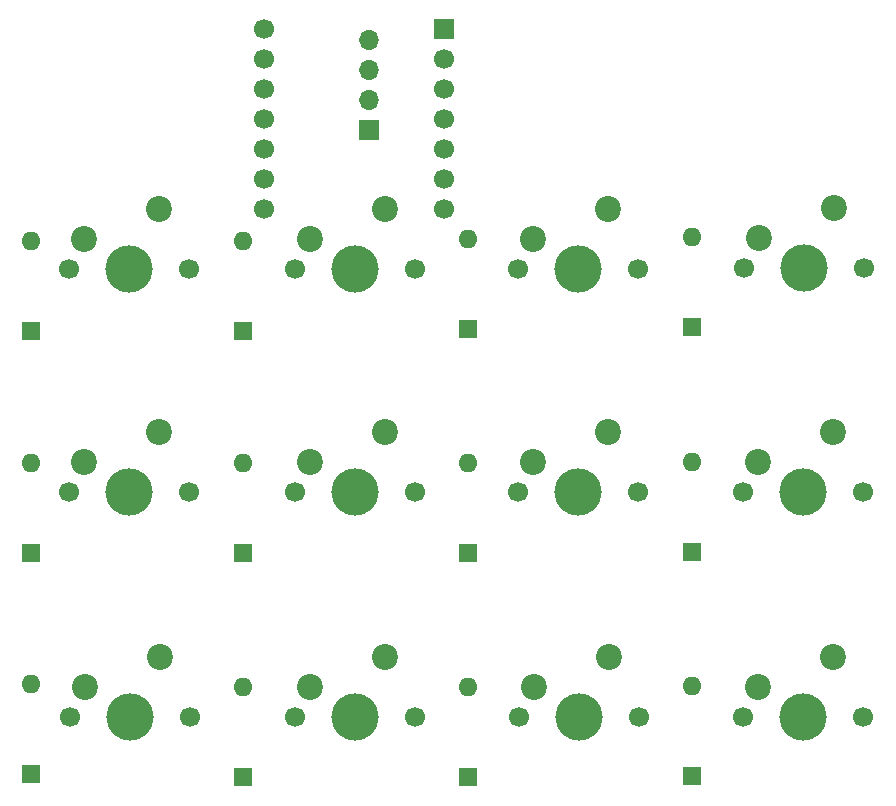
<source format=gbr>
%TF.GenerationSoftware,KiCad,Pcbnew,8.0.6*%
%TF.CreationDate,2024-10-24T04:55:56-04:00*%
%TF.ProjectId,pcb,7063622e-6b69-4636-9164-5f7063625858,rev?*%
%TF.SameCoordinates,Original*%
%TF.FileFunction,Soldermask,Bot*%
%TF.FilePolarity,Negative*%
%FSLAX46Y46*%
G04 Gerber Fmt 4.6, Leading zero omitted, Abs format (unit mm)*
G04 Created by KiCad (PCBNEW 8.0.6) date 2024-10-24 04:55:56*
%MOMM*%
%LPD*%
G01*
G04 APERTURE LIST*
%ADD10R,1.600000X1.600000*%
%ADD11O,1.600000X1.600000*%
%ADD12C,1.700000*%
%ADD13C,4.000000*%
%ADD14C,2.200000*%
%ADD15R,1.700000X1.700000*%
%ADD16O,1.700000X1.700000*%
G04 APERTURE END LIST*
D10*
%TO.C,D12*%
X153500000Y-103500000D03*
D11*
X153500000Y-95880000D03*
%TD*%
D10*
%TO.C,D10*%
X153500000Y-65500000D03*
D11*
X153500000Y-57880000D03*
%TD*%
D12*
%TO.C,SW10*%
X157920000Y-60500000D03*
D13*
X163000000Y-60500000D03*
D12*
X168080000Y-60500000D03*
D14*
X165540000Y-55420000D03*
X159190000Y-57960000D03*
%TD*%
D10*
%TO.C,D8*%
X134500000Y-84620000D03*
D11*
X134500000Y-77000000D03*
%TD*%
D12*
%TO.C,SW9*%
X138840000Y-98500000D03*
D13*
X143920000Y-98500000D03*
D12*
X149000000Y-98500000D03*
D14*
X146460000Y-93420000D03*
X140110000Y-95960000D03*
%TD*%
D10*
%TO.C,D9*%
X134500000Y-103620000D03*
D11*
X134500000Y-96000000D03*
%TD*%
D12*
%TO.C,SW2*%
X100710000Y-79500000D03*
D13*
X105790000Y-79500000D03*
D12*
X110870000Y-79500000D03*
D14*
X108330000Y-74420000D03*
X101980000Y-76960000D03*
%TD*%
D12*
%TO.C,SW4*%
X119840000Y-60580000D03*
D13*
X124920000Y-60580000D03*
D12*
X130000000Y-60580000D03*
D14*
X127460000Y-55500000D03*
X121110000Y-58040000D03*
%TD*%
D12*
%TO.C,SW1*%
X100710000Y-60580000D03*
D13*
X105790000Y-60580000D03*
D12*
X110870000Y-60580000D03*
D14*
X108330000Y-55500000D03*
X101980000Y-58040000D03*
%TD*%
D10*
%TO.C,D4*%
X115500000Y-65810000D03*
D11*
X115500000Y-58190000D03*
%TD*%
D10*
%TO.C,D5*%
X115500000Y-84620000D03*
D11*
X115500000Y-77000000D03*
%TD*%
D10*
%TO.C,D11*%
X153500000Y-84500000D03*
D11*
X153500000Y-76880000D03*
%TD*%
D12*
%TO.C,SW3*%
X100840000Y-98500000D03*
D13*
X105920000Y-98500000D03*
D12*
X111000000Y-98500000D03*
D14*
X108460000Y-93420000D03*
X102110000Y-95960000D03*
%TD*%
D15*
%TO.C,J1*%
X126100000Y-48800000D03*
D16*
X126100000Y-46260000D03*
X126100000Y-43720000D03*
X126100000Y-41180000D03*
%TD*%
D12*
%TO.C,SW5*%
X119840000Y-79500000D03*
D13*
X124920000Y-79500000D03*
D12*
X130000000Y-79500000D03*
D14*
X127460000Y-74420000D03*
X121110000Y-76960000D03*
%TD*%
D10*
%TO.C,D6*%
X115500000Y-103620000D03*
D11*
X115500000Y-96000000D03*
%TD*%
D10*
%TO.C,D7*%
X134500000Y-65620000D03*
D11*
X134500000Y-58000000D03*
%TD*%
D12*
%TO.C,SW6*%
X119840000Y-98500000D03*
D13*
X124920000Y-98500000D03*
D12*
X130000000Y-98500000D03*
D14*
X127460000Y-93420000D03*
X121110000Y-95960000D03*
%TD*%
D12*
%TO.C,SW8*%
X138760000Y-79500000D03*
D13*
X143840000Y-79500000D03*
D12*
X148920000Y-79500000D03*
D14*
X146380000Y-74420000D03*
X140030000Y-76960000D03*
%TD*%
D12*
%TO.C,SW7*%
X138760000Y-60580000D03*
D13*
X143840000Y-60580000D03*
D12*
X148920000Y-60580000D03*
D14*
X146380000Y-55500000D03*
X140030000Y-58040000D03*
%TD*%
D10*
%TO.C,D1*%
X97500000Y-65810000D03*
D11*
X97500000Y-58190000D03*
%TD*%
D10*
%TO.C,D2*%
X97500000Y-84620000D03*
D11*
X97500000Y-77000000D03*
%TD*%
D10*
%TO.C,D3*%
X97500000Y-103310000D03*
D11*
X97500000Y-95690000D03*
%TD*%
D12*
%TO.C,SW12*%
X157840000Y-98500000D03*
D13*
X162920000Y-98500000D03*
D12*
X168000000Y-98500000D03*
D14*
X165460000Y-93420000D03*
X159110000Y-95960000D03*
%TD*%
D12*
%TO.C,SW11*%
X157760000Y-79500000D03*
D13*
X162840000Y-79500000D03*
D12*
X167920000Y-79500000D03*
D14*
X165380000Y-74420000D03*
X159030000Y-76960000D03*
%TD*%
D15*
%TO.C,U1*%
X132500000Y-40300000D03*
D12*
X132500000Y-42840000D03*
X132500000Y-45380000D03*
X132500000Y-47920000D03*
X132500000Y-50460000D03*
X132500000Y-53000000D03*
X132500000Y-55540000D03*
X117250000Y-55540000D03*
X117250000Y-53000000D03*
X117250000Y-50460000D03*
X117250000Y-47920000D03*
X117250000Y-45380000D03*
X117250000Y-42840000D03*
X117250000Y-40300000D03*
%TD*%
M02*

</source>
